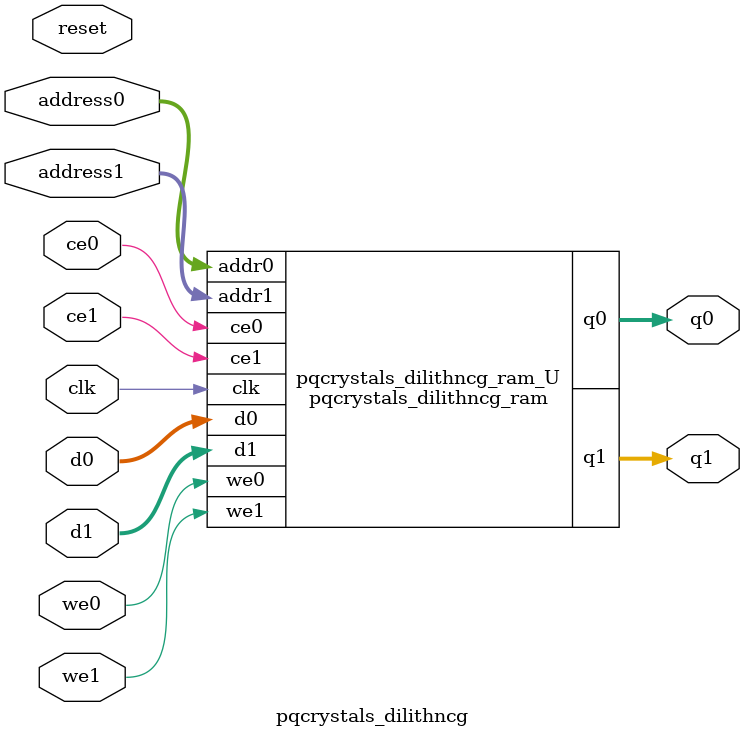
<source format=v>
`timescale 1 ns / 1 ps
module pqcrystals_dilithncg_ram (addr0, ce0, d0, we0, q0, addr1, ce1, d1, we1, q1,  clk);

parameter DWIDTH = 8;
parameter AWIDTH = 8;
parameter MEM_SIZE = 136;

input[AWIDTH-1:0] addr0;
input ce0;
input[DWIDTH-1:0] d0;
input we0;
output reg[DWIDTH-1:0] q0;
input[AWIDTH-1:0] addr1;
input ce1;
input[DWIDTH-1:0] d1;
input we1;
output reg[DWIDTH-1:0] q1;
input clk;

(* ram_style = "block" *)reg [DWIDTH-1:0] ram[0:MEM_SIZE-1];




always @(posedge clk)  
begin 
    if (ce0) begin
        if (we0) 
            ram[addr0] <= d0; 
        q0 <= ram[addr0];
    end
end


always @(posedge clk)  
begin 
    if (ce1) begin
        if (we1) 
            ram[addr1] <= d1; 
        q1 <= ram[addr1];
    end
end


endmodule

`timescale 1 ns / 1 ps
module pqcrystals_dilithncg(
    reset,
    clk,
    address0,
    ce0,
    we0,
    d0,
    q0,
    address1,
    ce1,
    we1,
    d1,
    q1);

parameter DataWidth = 32'd8;
parameter AddressRange = 32'd136;
parameter AddressWidth = 32'd8;
input reset;
input clk;
input[AddressWidth - 1:0] address0;
input ce0;
input we0;
input[DataWidth - 1:0] d0;
output[DataWidth - 1:0] q0;
input[AddressWidth - 1:0] address1;
input ce1;
input we1;
input[DataWidth - 1:0] d1;
output[DataWidth - 1:0] q1;



pqcrystals_dilithncg_ram pqcrystals_dilithncg_ram_U(
    .clk( clk ),
    .addr0( address0 ),
    .ce0( ce0 ),
    .we0( we0 ),
    .d0( d0 ),
    .q0( q0 ),
    .addr1( address1 ),
    .ce1( ce1 ),
    .we1( we1 ),
    .d1( d1 ),
    .q1( q1 ));

endmodule


</source>
